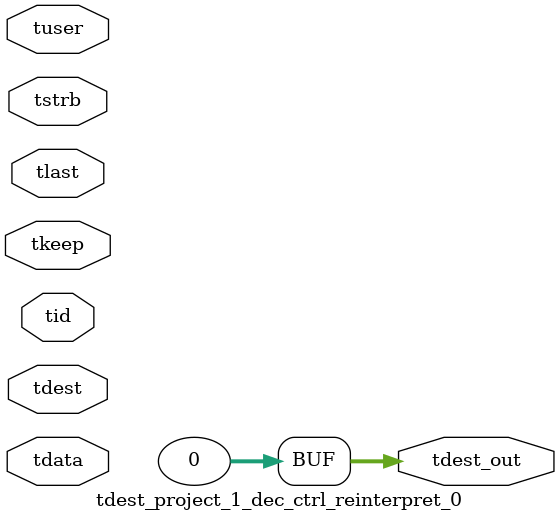
<source format=v>


`timescale 1ps/1ps

module tdest_project_1_dec_ctrl_reinterpret_0 #
(
parameter C_S_AXIS_TDATA_WIDTH = 32,
parameter C_S_AXIS_TUSER_WIDTH = 0,
parameter C_S_AXIS_TID_WIDTH   = 0,
parameter C_S_AXIS_TDEST_WIDTH = 0,
parameter C_M_AXIS_TDEST_WIDTH = 32
)
(
input  [(C_S_AXIS_TDATA_WIDTH == 0 ? 1 : C_S_AXIS_TDATA_WIDTH)-1:0     ] tdata,
input  [(C_S_AXIS_TUSER_WIDTH == 0 ? 1 : C_S_AXIS_TUSER_WIDTH)-1:0     ] tuser,
input  [(C_S_AXIS_TID_WIDTH   == 0 ? 1 : C_S_AXIS_TID_WIDTH)-1:0       ] tid,
input  [(C_S_AXIS_TDEST_WIDTH == 0 ? 1 : C_S_AXIS_TDEST_WIDTH)-1:0     ] tdest,
input  [(C_S_AXIS_TDATA_WIDTH/8)-1:0 ] tkeep,
input  [(C_S_AXIS_TDATA_WIDTH/8)-1:0 ] tstrb,
input                                                                    tlast,
output [C_M_AXIS_TDEST_WIDTH-1:0] tdest_out
);

assign tdest_out = {1'b0};

endmodule


</source>
